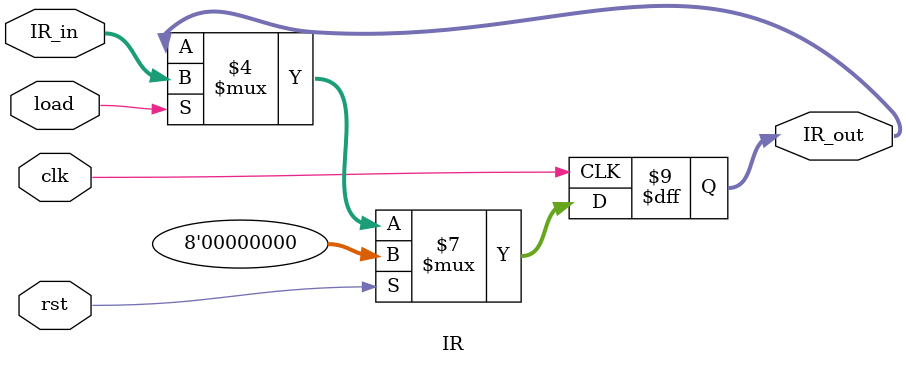
<source format=v>
module IR(IR_out,IR_in,load,clk,rst);

output reg	[7:0]IR_out;
input	[7:0]IR_in;
input	load,clk,rst;

always@(posedge clk)
	begin
		if(rst==1)IR_out<=8'b0;
		else if(load==1)IR_out<=IR_in;		
	end

endmodule

</source>
